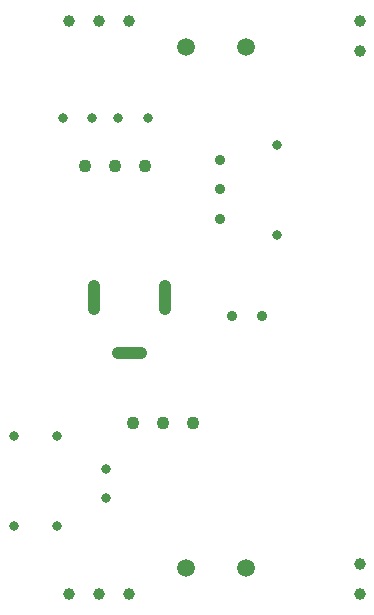
<source format=gbr>
%TF.GenerationSoftware,KiCad,Pcbnew,8.0.4*%
%TF.CreationDate,2025-01-30T18:38:04+05:30*%
%TF.ProjectId,Bread_board_power_supply,42726561-645f-4626-9f61-72645f706f77,1*%
%TF.SameCoordinates,Original*%
%TF.FileFunction,Plated,1,2,PTH,Mixed*%
%TF.FilePolarity,Positive*%
%FSLAX46Y46*%
G04 Gerber Fmt 4.6, Leading zero omitted, Abs format (unit mm)*
G04 Created by KiCad (PCBNEW 8.0.4) date 2025-01-30 18:38:04*
%MOMM*%
%LPD*%
G01*
G04 APERTURE LIST*
%TA.AperFunction,ComponentDrill*%
%ADD10C,0.800000*%
%TD*%
%TA.AperFunction,ComponentDrill*%
%ADD11C,0.900000*%
%TD*%
%TA.AperFunction,ComponentDrill*%
%ADD12C,1.000000*%
%TD*%
G04 aperture for slot hole*
%TA.AperFunction,ComponentDrill*%
%ADD13C,1.000000*%
%TD*%
%TA.AperFunction,ComponentDrill*%
%ADD14C,1.100000*%
%TD*%
%TA.AperFunction,ComponentDrill*%
%ADD15C,1.520000*%
%TD*%
G04 APERTURE END LIST*
D10*
%TO.C,R1*%
X72940000Y-83560000D03*
X72940000Y-91180000D03*
%TO.C,R3*%
X76570000Y-83560000D03*
X76570000Y-91180000D03*
%TO.C,C2*%
X77090000Y-56660000D03*
X79590000Y-56660000D03*
%TO.C,C3*%
X80770000Y-86380000D03*
X80770000Y-88880000D03*
%TO.C,C1*%
X81808000Y-56642000D03*
X84308000Y-56642000D03*
%TO.C,R2*%
X95250000Y-58928000D03*
X95250000Y-66548000D03*
D11*
%TO.C,S1*%
X90424000Y-60198000D03*
X90424000Y-62698000D03*
X90424000Y-65198000D03*
%TO.C,D1*%
X91440000Y-73406000D03*
X93980000Y-73406000D03*
D12*
%TO.C,J3*%
X77584000Y-48470000D03*
%TO.C,J4*%
X77584000Y-97010000D03*
D13*
%TO.C,J7*%
X79756000Y-72882000D02*
X79756000Y-70882000D01*
D12*
%TO.C,J3*%
X80124000Y-48470000D03*
%TO.C,J4*%
X80124000Y-97010000D03*
%TO.C,J3*%
X82664000Y-48470000D03*
%TO.C,J4*%
X82664000Y-97010000D03*
D13*
%TO.C,J7*%
X83756000Y-76582000D02*
X81756000Y-76582000D01*
X85756000Y-72882000D02*
X85756000Y-70882000D01*
D12*
%TO.C,J1*%
X102250000Y-48430000D03*
X102250000Y-50970000D03*
%TO.C,J2*%
X102250000Y-94420000D03*
X102250000Y-96960000D03*
D14*
%TO.C,U1*%
X78994000Y-60706000D03*
X81534000Y-60706000D03*
%TO.C,U2*%
X83060000Y-82530000D03*
%TO.C,U1*%
X84074000Y-60706000D03*
%TO.C,U2*%
X85600000Y-82530000D03*
X88140000Y-82530000D03*
D15*
%TO.C,J5*%
X87490000Y-50670000D03*
%TO.C,J6*%
X87490000Y-94810000D03*
%TO.C,J5*%
X92570000Y-50670000D03*
%TO.C,J6*%
X92570000Y-94810000D03*
M02*

</source>
